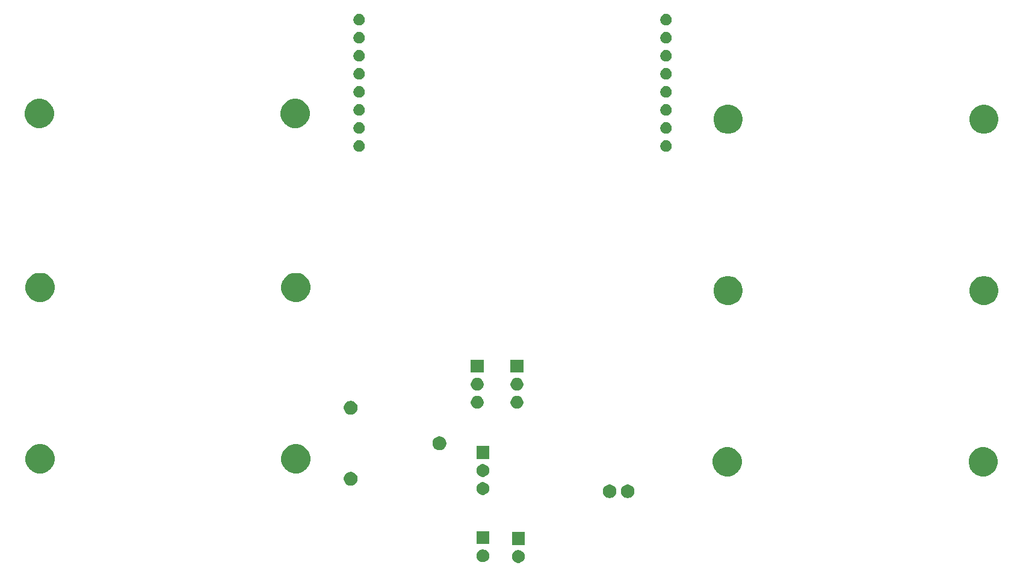
<source format=gbr>
G04 #@! TF.GenerationSoftware,KiCad,Pcbnew,(5.1.5)-3*
G04 #@! TF.CreationDate,2020-04-08T11:42:18+02:00*
G04 #@! TF.ProjectId,sensing_PMU,73656e73-696e-4675-9f50-4d552e6b6963,0.0*
G04 #@! TF.SameCoordinates,Original*
G04 #@! TF.FileFunction,Soldermask,Bot*
G04 #@! TF.FilePolarity,Negative*
%FSLAX46Y46*%
G04 Gerber Fmt 4.6, Leading zero omitted, Abs format (unit mm)*
G04 Created by KiCad (PCBNEW (5.1.5)-3) date 2020-04-08 11:42:18*
%MOMM*%
%LPD*%
G04 APERTURE LIST*
%ADD10C,0.100000*%
G04 APERTURE END LIST*
D10*
G36*
X164201531Y-117441544D02*
G01*
X164362812Y-117473624D01*
X164526784Y-117541544D01*
X164674354Y-117640147D01*
X164799853Y-117765646D01*
X164898456Y-117913216D01*
X164966376Y-118077188D01*
X165001000Y-118251259D01*
X165001000Y-118428741D01*
X164966376Y-118602812D01*
X164898456Y-118766784D01*
X164799853Y-118914354D01*
X164674354Y-119039853D01*
X164526784Y-119138456D01*
X164362812Y-119206376D01*
X164213512Y-119236073D01*
X164188742Y-119241000D01*
X164011258Y-119241000D01*
X163986488Y-119236073D01*
X163837188Y-119206376D01*
X163673216Y-119138456D01*
X163525646Y-119039853D01*
X163400147Y-118914354D01*
X163301544Y-118766784D01*
X163233624Y-118602812D01*
X163199000Y-118428741D01*
X163199000Y-118251259D01*
X163233624Y-118077188D01*
X163301544Y-117913216D01*
X163400147Y-117765646D01*
X163525646Y-117640147D01*
X163673216Y-117541544D01*
X163837188Y-117473624D01*
X163998469Y-117441544D01*
X164011258Y-117439000D01*
X164188742Y-117439000D01*
X164201531Y-117441544D01*
G37*
G36*
X159213512Y-117343927D02*
G01*
X159362812Y-117373624D01*
X159526784Y-117441544D01*
X159674354Y-117540147D01*
X159799853Y-117665646D01*
X159898456Y-117813216D01*
X159966376Y-117977188D01*
X160001000Y-118151259D01*
X160001000Y-118328741D01*
X159966376Y-118502812D01*
X159898456Y-118666784D01*
X159799853Y-118814354D01*
X159674354Y-118939853D01*
X159526784Y-119038456D01*
X159362812Y-119106376D01*
X159213512Y-119136073D01*
X159188742Y-119141000D01*
X159011258Y-119141000D01*
X158986488Y-119136073D01*
X158837188Y-119106376D01*
X158673216Y-119038456D01*
X158525646Y-118939853D01*
X158400147Y-118814354D01*
X158301544Y-118666784D01*
X158233624Y-118502812D01*
X158199000Y-118328741D01*
X158199000Y-118151259D01*
X158233624Y-117977188D01*
X158301544Y-117813216D01*
X158400147Y-117665646D01*
X158525646Y-117540147D01*
X158673216Y-117441544D01*
X158837188Y-117373624D01*
X158986488Y-117343927D01*
X159011258Y-117339000D01*
X159188742Y-117339000D01*
X159213512Y-117343927D01*
G37*
G36*
X165001000Y-116701000D02*
G01*
X163199000Y-116701000D01*
X163199000Y-114899000D01*
X165001000Y-114899000D01*
X165001000Y-116701000D01*
G37*
G36*
X160001000Y-116601000D02*
G01*
X158199000Y-116601000D01*
X158199000Y-114799000D01*
X160001000Y-114799000D01*
X160001000Y-116601000D01*
G37*
G36*
X177207395Y-108255546D02*
G01*
X177380466Y-108327234D01*
X177438483Y-108366000D01*
X177536227Y-108431310D01*
X177668690Y-108563773D01*
X177668691Y-108563775D01*
X177772766Y-108719534D01*
X177844454Y-108892605D01*
X177881000Y-109076333D01*
X177881000Y-109263667D01*
X177844454Y-109447395D01*
X177772766Y-109620466D01*
X177772765Y-109620467D01*
X177668690Y-109776227D01*
X177536227Y-109908690D01*
X177457818Y-109961081D01*
X177380466Y-110012766D01*
X177207395Y-110084454D01*
X177023667Y-110121000D01*
X176836333Y-110121000D01*
X176652605Y-110084454D01*
X176479534Y-110012766D01*
X176402182Y-109961081D01*
X176323773Y-109908690D01*
X176191310Y-109776227D01*
X176087235Y-109620467D01*
X176087234Y-109620466D01*
X176015546Y-109447395D01*
X175979000Y-109263667D01*
X175979000Y-109076333D01*
X176015546Y-108892605D01*
X176087234Y-108719534D01*
X176191309Y-108563775D01*
X176191310Y-108563773D01*
X176323773Y-108431310D01*
X176421517Y-108366000D01*
X176479534Y-108327234D01*
X176652605Y-108255546D01*
X176836333Y-108219000D01*
X177023667Y-108219000D01*
X177207395Y-108255546D01*
G37*
G36*
X179747395Y-108255546D02*
G01*
X179920466Y-108327234D01*
X179978483Y-108366000D01*
X180076227Y-108431310D01*
X180208690Y-108563773D01*
X180208691Y-108563775D01*
X180312766Y-108719534D01*
X180384454Y-108892605D01*
X180421000Y-109076333D01*
X180421000Y-109263667D01*
X180384454Y-109447395D01*
X180312766Y-109620466D01*
X180312765Y-109620467D01*
X180208690Y-109776227D01*
X180076227Y-109908690D01*
X179997818Y-109961081D01*
X179920466Y-110012766D01*
X179747395Y-110084454D01*
X179563667Y-110121000D01*
X179376333Y-110121000D01*
X179192605Y-110084454D01*
X179019534Y-110012766D01*
X178942182Y-109961081D01*
X178863773Y-109908690D01*
X178731310Y-109776227D01*
X178627235Y-109620467D01*
X178627234Y-109620466D01*
X178555546Y-109447395D01*
X178519000Y-109263667D01*
X178519000Y-109076333D01*
X178555546Y-108892605D01*
X178627234Y-108719534D01*
X178731309Y-108563775D01*
X178731310Y-108563773D01*
X178863773Y-108431310D01*
X178961517Y-108366000D01*
X179019534Y-108327234D01*
X179192605Y-108255546D01*
X179376333Y-108219000D01*
X179563667Y-108219000D01*
X179747395Y-108255546D01*
G37*
G36*
X159213512Y-107883927D02*
G01*
X159362812Y-107913624D01*
X159526784Y-107981544D01*
X159674354Y-108080147D01*
X159799853Y-108205646D01*
X159898456Y-108353216D01*
X159966376Y-108517188D01*
X160001000Y-108691259D01*
X160001000Y-108868741D01*
X159966376Y-109042812D01*
X159898456Y-109206784D01*
X159799853Y-109354354D01*
X159674354Y-109479853D01*
X159526784Y-109578456D01*
X159362812Y-109646376D01*
X159213512Y-109676073D01*
X159188742Y-109681000D01*
X159011258Y-109681000D01*
X158986488Y-109676073D01*
X158837188Y-109646376D01*
X158673216Y-109578456D01*
X158525646Y-109479853D01*
X158400147Y-109354354D01*
X158301544Y-109206784D01*
X158233624Y-109042812D01*
X158199000Y-108868741D01*
X158199000Y-108691259D01*
X158233624Y-108517188D01*
X158301544Y-108353216D01*
X158400147Y-108205646D01*
X158525646Y-108080147D01*
X158673216Y-107981544D01*
X158837188Y-107913624D01*
X158986488Y-107883927D01*
X159011258Y-107879000D01*
X159188742Y-107879000D01*
X159213512Y-107883927D01*
G37*
G36*
X140781771Y-106471122D02*
G01*
X140957571Y-106543941D01*
X140957573Y-106543942D01*
X141115789Y-106649659D01*
X141250341Y-106784211D01*
X141354337Y-106939852D01*
X141356059Y-106942429D01*
X141428878Y-107118229D01*
X141466000Y-107304856D01*
X141466000Y-107495144D01*
X141428878Y-107681771D01*
X141356059Y-107857571D01*
X141356058Y-107857573D01*
X141250341Y-108015789D01*
X141115789Y-108150341D01*
X140957573Y-108256058D01*
X140957572Y-108256059D01*
X140957571Y-108256059D01*
X140781771Y-108328878D01*
X140595144Y-108366000D01*
X140404856Y-108366000D01*
X140218229Y-108328878D01*
X140042429Y-108256059D01*
X140042428Y-108256059D01*
X140042427Y-108256058D01*
X139884211Y-108150341D01*
X139749659Y-108015789D01*
X139643942Y-107857573D01*
X139643941Y-107857571D01*
X139571122Y-107681771D01*
X139534000Y-107495144D01*
X139534000Y-107304856D01*
X139571122Y-107118229D01*
X139643941Y-106942429D01*
X139645663Y-106939852D01*
X139749659Y-106784211D01*
X139884211Y-106649659D01*
X140042427Y-106543942D01*
X140042429Y-106543941D01*
X140218229Y-106471122D01*
X140404856Y-106434000D01*
X140595144Y-106434000D01*
X140781771Y-106471122D01*
G37*
G36*
X159213512Y-105343927D02*
G01*
X159362812Y-105373624D01*
X159526784Y-105441544D01*
X159674354Y-105540147D01*
X159799853Y-105665646D01*
X159898456Y-105813216D01*
X159966376Y-105977188D01*
X160001000Y-106151259D01*
X160001000Y-106328741D01*
X159966376Y-106502812D01*
X159898456Y-106666784D01*
X159799853Y-106814354D01*
X159674354Y-106939853D01*
X159526784Y-107038456D01*
X159362812Y-107106376D01*
X159213512Y-107136073D01*
X159188742Y-107141000D01*
X159011258Y-107141000D01*
X158986488Y-107136073D01*
X158837188Y-107106376D01*
X158673216Y-107038456D01*
X158525646Y-106939853D01*
X158400147Y-106814354D01*
X158301544Y-106666784D01*
X158233624Y-106502812D01*
X158199000Y-106328741D01*
X158199000Y-106151259D01*
X158233624Y-105977188D01*
X158301544Y-105813216D01*
X158400147Y-105665646D01*
X158525646Y-105540147D01*
X158673216Y-105441544D01*
X158837188Y-105373624D01*
X158986488Y-105343927D01*
X159011258Y-105339000D01*
X159188742Y-105339000D01*
X159213512Y-105343927D01*
G37*
G36*
X194098254Y-103027818D02*
G01*
X194394053Y-103150342D01*
X194471513Y-103182427D01*
X194807436Y-103406884D01*
X195093116Y-103692564D01*
X195299705Y-104001745D01*
X195317574Y-104028489D01*
X195472182Y-104401746D01*
X195551000Y-104797993D01*
X195551000Y-105202007D01*
X195472182Y-105598254D01*
X195317574Y-105971511D01*
X195317573Y-105971513D01*
X195093116Y-106307436D01*
X194807436Y-106593116D01*
X194471513Y-106817573D01*
X194471512Y-106817574D01*
X194471511Y-106817574D01*
X194098254Y-106972182D01*
X193702007Y-107051000D01*
X193297993Y-107051000D01*
X192901746Y-106972182D01*
X192528489Y-106817574D01*
X192528488Y-106817574D01*
X192528487Y-106817573D01*
X192192564Y-106593116D01*
X191906884Y-106307436D01*
X191682427Y-105971513D01*
X191682426Y-105971511D01*
X191527818Y-105598254D01*
X191449000Y-105202007D01*
X191449000Y-104797993D01*
X191527818Y-104401746D01*
X191682426Y-104028489D01*
X191700296Y-104001745D01*
X191906884Y-103692564D01*
X192192564Y-103406884D01*
X192528487Y-103182427D01*
X192605947Y-103150342D01*
X192901746Y-103027818D01*
X193297993Y-102949000D01*
X193702007Y-102949000D01*
X194098254Y-103027818D01*
G37*
G36*
X230098254Y-103027818D02*
G01*
X230394053Y-103150342D01*
X230471513Y-103182427D01*
X230807436Y-103406884D01*
X231093116Y-103692564D01*
X231299705Y-104001745D01*
X231317574Y-104028489D01*
X231472182Y-104401746D01*
X231551000Y-104797993D01*
X231551000Y-105202007D01*
X231472182Y-105598254D01*
X231317574Y-105971511D01*
X231317573Y-105971513D01*
X231093116Y-106307436D01*
X230807436Y-106593116D01*
X230471513Y-106817573D01*
X230471512Y-106817574D01*
X230471511Y-106817574D01*
X230098254Y-106972182D01*
X229702007Y-107051000D01*
X229297993Y-107051000D01*
X228901746Y-106972182D01*
X228528489Y-106817574D01*
X228528488Y-106817574D01*
X228528487Y-106817573D01*
X228192564Y-106593116D01*
X227906884Y-106307436D01*
X227682427Y-105971513D01*
X227682426Y-105971511D01*
X227527818Y-105598254D01*
X227449000Y-105202007D01*
X227449000Y-104797993D01*
X227527818Y-104401746D01*
X227682426Y-104028489D01*
X227700296Y-104001745D01*
X227906884Y-103692564D01*
X228192564Y-103406884D01*
X228528487Y-103182427D01*
X228605947Y-103150342D01*
X228901746Y-103027818D01*
X229297993Y-102949000D01*
X229702007Y-102949000D01*
X230098254Y-103027818D01*
G37*
G36*
X133398254Y-102627818D02*
G01*
X133771511Y-102782426D01*
X133771513Y-102782427D01*
X134020807Y-102949000D01*
X134107436Y-103006884D01*
X134393116Y-103292564D01*
X134617574Y-103628489D01*
X134772182Y-104001746D01*
X134851000Y-104397993D01*
X134851000Y-104802007D01*
X134772182Y-105198254D01*
X134770627Y-105202007D01*
X134617573Y-105571513D01*
X134393116Y-105907436D01*
X134107436Y-106193116D01*
X133771513Y-106417573D01*
X133771512Y-106417574D01*
X133771511Y-106417574D01*
X133398254Y-106572182D01*
X133002007Y-106651000D01*
X132597993Y-106651000D01*
X132201746Y-106572182D01*
X131828489Y-106417574D01*
X131828488Y-106417574D01*
X131828487Y-106417573D01*
X131492564Y-106193116D01*
X131206884Y-105907436D01*
X130982427Y-105571513D01*
X130829373Y-105202007D01*
X130827818Y-105198254D01*
X130749000Y-104802007D01*
X130749000Y-104397993D01*
X130827818Y-104001746D01*
X130982426Y-103628489D01*
X131206884Y-103292564D01*
X131492564Y-103006884D01*
X131579193Y-102949000D01*
X131828487Y-102782427D01*
X131828489Y-102782426D01*
X132201746Y-102627818D01*
X132597993Y-102549000D01*
X133002007Y-102549000D01*
X133398254Y-102627818D01*
G37*
G36*
X97398254Y-102627818D02*
G01*
X97771511Y-102782426D01*
X97771513Y-102782427D01*
X98020807Y-102949000D01*
X98107436Y-103006884D01*
X98393116Y-103292564D01*
X98617574Y-103628489D01*
X98772182Y-104001746D01*
X98851000Y-104397993D01*
X98851000Y-104802007D01*
X98772182Y-105198254D01*
X98770627Y-105202007D01*
X98617573Y-105571513D01*
X98393116Y-105907436D01*
X98107436Y-106193116D01*
X97771513Y-106417573D01*
X97771512Y-106417574D01*
X97771511Y-106417574D01*
X97398254Y-106572182D01*
X97002007Y-106651000D01*
X96597993Y-106651000D01*
X96201746Y-106572182D01*
X95828489Y-106417574D01*
X95828488Y-106417574D01*
X95828487Y-106417573D01*
X95492564Y-106193116D01*
X95206884Y-105907436D01*
X94982427Y-105571513D01*
X94829373Y-105202007D01*
X94827818Y-105198254D01*
X94749000Y-104802007D01*
X94749000Y-104397993D01*
X94827818Y-104001746D01*
X94982426Y-103628489D01*
X95206884Y-103292564D01*
X95492564Y-103006884D01*
X95579193Y-102949000D01*
X95828487Y-102782427D01*
X95828489Y-102782426D01*
X96201746Y-102627818D01*
X96597993Y-102549000D01*
X97002007Y-102549000D01*
X97398254Y-102627818D01*
G37*
G36*
X160001000Y-104601000D02*
G01*
X158199000Y-104601000D01*
X158199000Y-102799000D01*
X160001000Y-102799000D01*
X160001000Y-104601000D01*
G37*
G36*
X153281771Y-101471122D02*
G01*
X153457571Y-101543941D01*
X153457573Y-101543942D01*
X153615789Y-101649659D01*
X153750341Y-101784211D01*
X153750342Y-101784213D01*
X153856059Y-101942429D01*
X153928878Y-102118229D01*
X153966000Y-102304856D01*
X153966000Y-102495144D01*
X153928878Y-102681771D01*
X153880320Y-102799000D01*
X153856058Y-102857573D01*
X153750341Y-103015789D01*
X153615789Y-103150341D01*
X153457573Y-103256058D01*
X153457572Y-103256059D01*
X153457571Y-103256059D01*
X153281771Y-103328878D01*
X153095144Y-103366000D01*
X152904856Y-103366000D01*
X152718229Y-103328878D01*
X152542429Y-103256059D01*
X152542428Y-103256059D01*
X152542427Y-103256058D01*
X152384211Y-103150341D01*
X152249659Y-103015789D01*
X152143942Y-102857573D01*
X152119680Y-102799000D01*
X152071122Y-102681771D01*
X152034000Y-102495144D01*
X152034000Y-102304856D01*
X152071122Y-102118229D01*
X152143941Y-101942429D01*
X152249658Y-101784213D01*
X152249659Y-101784211D01*
X152384211Y-101649659D01*
X152542427Y-101543942D01*
X152542429Y-101543941D01*
X152718229Y-101471122D01*
X152904856Y-101434000D01*
X153095144Y-101434000D01*
X153281771Y-101471122D01*
G37*
G36*
X140781771Y-96471122D02*
G01*
X140957571Y-96543941D01*
X140957573Y-96543942D01*
X141115789Y-96649659D01*
X141250341Y-96784211D01*
X141250342Y-96784213D01*
X141356059Y-96942429D01*
X141428878Y-97118229D01*
X141466000Y-97304856D01*
X141466000Y-97495144D01*
X141428878Y-97681771D01*
X141356059Y-97857571D01*
X141356058Y-97857573D01*
X141250341Y-98015789D01*
X141115789Y-98150341D01*
X140957573Y-98256058D01*
X140957572Y-98256059D01*
X140957571Y-98256059D01*
X140781771Y-98328878D01*
X140595144Y-98366000D01*
X140404856Y-98366000D01*
X140218229Y-98328878D01*
X140042429Y-98256059D01*
X140042428Y-98256059D01*
X140042427Y-98256058D01*
X139884211Y-98150341D01*
X139749659Y-98015789D01*
X139643942Y-97857573D01*
X139643941Y-97857571D01*
X139571122Y-97681771D01*
X139534000Y-97495144D01*
X139534000Y-97304856D01*
X139571122Y-97118229D01*
X139643941Y-96942429D01*
X139749658Y-96784213D01*
X139749659Y-96784211D01*
X139884211Y-96649659D01*
X140042427Y-96543942D01*
X140042429Y-96543941D01*
X140218229Y-96471122D01*
X140404856Y-96434000D01*
X140595144Y-96434000D01*
X140781771Y-96471122D01*
G37*
G36*
X164013512Y-95743927D02*
G01*
X164162812Y-95773624D01*
X164326784Y-95841544D01*
X164474354Y-95940147D01*
X164599853Y-96065646D01*
X164698456Y-96213216D01*
X164766376Y-96377188D01*
X164777676Y-96434000D01*
X164799545Y-96543941D01*
X164801000Y-96551259D01*
X164801000Y-96728741D01*
X164766376Y-96902812D01*
X164698456Y-97066784D01*
X164599853Y-97214354D01*
X164474354Y-97339853D01*
X164326784Y-97438456D01*
X164162812Y-97506376D01*
X164013512Y-97536073D01*
X163988742Y-97541000D01*
X163811258Y-97541000D01*
X163786488Y-97536073D01*
X163637188Y-97506376D01*
X163473216Y-97438456D01*
X163325646Y-97339853D01*
X163200147Y-97214354D01*
X163101544Y-97066784D01*
X163033624Y-96902812D01*
X162999000Y-96728741D01*
X162999000Y-96551259D01*
X163000456Y-96543941D01*
X163022324Y-96434000D01*
X163033624Y-96377188D01*
X163101544Y-96213216D01*
X163200147Y-96065646D01*
X163325646Y-95940147D01*
X163473216Y-95841544D01*
X163637188Y-95773624D01*
X163786488Y-95743927D01*
X163811258Y-95739000D01*
X163988742Y-95739000D01*
X164013512Y-95743927D01*
G37*
G36*
X158433512Y-95743927D02*
G01*
X158582812Y-95773624D01*
X158746784Y-95841544D01*
X158894354Y-95940147D01*
X159019853Y-96065646D01*
X159118456Y-96213216D01*
X159186376Y-96377188D01*
X159197676Y-96434000D01*
X159219545Y-96543941D01*
X159221000Y-96551259D01*
X159221000Y-96728741D01*
X159186376Y-96902812D01*
X159118456Y-97066784D01*
X159019853Y-97214354D01*
X158894354Y-97339853D01*
X158746784Y-97438456D01*
X158582812Y-97506376D01*
X158433512Y-97536073D01*
X158408742Y-97541000D01*
X158231258Y-97541000D01*
X158206488Y-97536073D01*
X158057188Y-97506376D01*
X157893216Y-97438456D01*
X157745646Y-97339853D01*
X157620147Y-97214354D01*
X157521544Y-97066784D01*
X157453624Y-96902812D01*
X157419000Y-96728741D01*
X157419000Y-96551259D01*
X157420456Y-96543941D01*
X157442324Y-96434000D01*
X157453624Y-96377188D01*
X157521544Y-96213216D01*
X157620147Y-96065646D01*
X157745646Y-95940147D01*
X157893216Y-95841544D01*
X158057188Y-95773624D01*
X158206488Y-95743927D01*
X158231258Y-95739000D01*
X158408742Y-95739000D01*
X158433512Y-95743927D01*
G37*
G36*
X164013512Y-93203927D02*
G01*
X164162812Y-93233624D01*
X164326784Y-93301544D01*
X164474354Y-93400147D01*
X164599853Y-93525646D01*
X164698456Y-93673216D01*
X164766376Y-93837188D01*
X164801000Y-94011259D01*
X164801000Y-94188741D01*
X164766376Y-94362812D01*
X164698456Y-94526784D01*
X164599853Y-94674354D01*
X164474354Y-94799853D01*
X164326784Y-94898456D01*
X164162812Y-94966376D01*
X164013512Y-94996073D01*
X163988742Y-95001000D01*
X163811258Y-95001000D01*
X163786488Y-94996073D01*
X163637188Y-94966376D01*
X163473216Y-94898456D01*
X163325646Y-94799853D01*
X163200147Y-94674354D01*
X163101544Y-94526784D01*
X163033624Y-94362812D01*
X162999000Y-94188741D01*
X162999000Y-94011259D01*
X163033624Y-93837188D01*
X163101544Y-93673216D01*
X163200147Y-93525646D01*
X163325646Y-93400147D01*
X163473216Y-93301544D01*
X163637188Y-93233624D01*
X163786488Y-93203927D01*
X163811258Y-93199000D01*
X163988742Y-93199000D01*
X164013512Y-93203927D01*
G37*
G36*
X158433512Y-93203927D02*
G01*
X158582812Y-93233624D01*
X158746784Y-93301544D01*
X158894354Y-93400147D01*
X159019853Y-93525646D01*
X159118456Y-93673216D01*
X159186376Y-93837188D01*
X159221000Y-94011259D01*
X159221000Y-94188741D01*
X159186376Y-94362812D01*
X159118456Y-94526784D01*
X159019853Y-94674354D01*
X158894354Y-94799853D01*
X158746784Y-94898456D01*
X158582812Y-94966376D01*
X158433512Y-94996073D01*
X158408742Y-95001000D01*
X158231258Y-95001000D01*
X158206488Y-94996073D01*
X158057188Y-94966376D01*
X157893216Y-94898456D01*
X157745646Y-94799853D01*
X157620147Y-94674354D01*
X157521544Y-94526784D01*
X157453624Y-94362812D01*
X157419000Y-94188741D01*
X157419000Y-94011259D01*
X157453624Y-93837188D01*
X157521544Y-93673216D01*
X157620147Y-93525646D01*
X157745646Y-93400147D01*
X157893216Y-93301544D01*
X158057188Y-93233624D01*
X158206488Y-93203927D01*
X158231258Y-93199000D01*
X158408742Y-93199000D01*
X158433512Y-93203927D01*
G37*
G36*
X159221000Y-92461000D02*
G01*
X157419000Y-92461000D01*
X157419000Y-90659000D01*
X159221000Y-90659000D01*
X159221000Y-92461000D01*
G37*
G36*
X164801000Y-92461000D02*
G01*
X162999000Y-92461000D01*
X162999000Y-90659000D01*
X164801000Y-90659000D01*
X164801000Y-92461000D01*
G37*
G36*
X194198254Y-78947818D02*
G01*
X194571511Y-79102426D01*
X194571513Y-79102427D01*
X194676480Y-79172564D01*
X194907436Y-79326884D01*
X195193116Y-79612564D01*
X195417574Y-79948489D01*
X195572182Y-80321746D01*
X195651000Y-80717993D01*
X195651000Y-81122007D01*
X195572182Y-81518254D01*
X195460683Y-81787436D01*
X195417573Y-81891513D01*
X195193116Y-82227436D01*
X194907436Y-82513116D01*
X194571513Y-82737573D01*
X194571512Y-82737574D01*
X194571511Y-82737574D01*
X194198254Y-82892182D01*
X193802007Y-82971000D01*
X193397993Y-82971000D01*
X193001746Y-82892182D01*
X192628489Y-82737574D01*
X192628488Y-82737574D01*
X192628487Y-82737573D01*
X192292564Y-82513116D01*
X192006884Y-82227436D01*
X191782427Y-81891513D01*
X191739317Y-81787436D01*
X191627818Y-81518254D01*
X191549000Y-81122007D01*
X191549000Y-80717993D01*
X191627818Y-80321746D01*
X191782426Y-79948489D01*
X192006884Y-79612564D01*
X192292564Y-79326884D01*
X192523520Y-79172564D01*
X192628487Y-79102427D01*
X192628489Y-79102426D01*
X193001746Y-78947818D01*
X193397993Y-78869000D01*
X193802007Y-78869000D01*
X194198254Y-78947818D01*
G37*
G36*
X230198254Y-78947818D02*
G01*
X230571511Y-79102426D01*
X230571513Y-79102427D01*
X230676480Y-79172564D01*
X230907436Y-79326884D01*
X231193116Y-79612564D01*
X231417574Y-79948489D01*
X231572182Y-80321746D01*
X231651000Y-80717993D01*
X231651000Y-81122007D01*
X231572182Y-81518254D01*
X231460683Y-81787436D01*
X231417573Y-81891513D01*
X231193116Y-82227436D01*
X230907436Y-82513116D01*
X230571513Y-82737573D01*
X230571512Y-82737574D01*
X230571511Y-82737574D01*
X230198254Y-82892182D01*
X229802007Y-82971000D01*
X229397993Y-82971000D01*
X229001746Y-82892182D01*
X228628489Y-82737574D01*
X228628488Y-82737574D01*
X228628487Y-82737573D01*
X228292564Y-82513116D01*
X228006884Y-82227436D01*
X227782427Y-81891513D01*
X227739317Y-81787436D01*
X227627818Y-81518254D01*
X227549000Y-81122007D01*
X227549000Y-80717993D01*
X227627818Y-80321746D01*
X227782426Y-79948489D01*
X228006884Y-79612564D01*
X228292564Y-79326884D01*
X228523520Y-79172564D01*
X228628487Y-79102427D01*
X228628489Y-79102426D01*
X229001746Y-78947818D01*
X229397993Y-78869000D01*
X229802007Y-78869000D01*
X230198254Y-78947818D01*
G37*
G36*
X133398254Y-78507818D02*
G01*
X133771511Y-78662426D01*
X133771513Y-78662427D01*
X134107436Y-78886884D01*
X134393116Y-79172564D01*
X134496230Y-79326884D01*
X134617574Y-79508489D01*
X134772182Y-79881746D01*
X134851000Y-80277993D01*
X134851000Y-80682007D01*
X134772182Y-81078254D01*
X134617574Y-81451511D01*
X134617573Y-81451513D01*
X134393116Y-81787436D01*
X134107436Y-82073116D01*
X133771513Y-82297573D01*
X133771512Y-82297574D01*
X133771511Y-82297574D01*
X133398254Y-82452182D01*
X133002007Y-82531000D01*
X132597993Y-82531000D01*
X132201746Y-82452182D01*
X131828489Y-82297574D01*
X131828488Y-82297574D01*
X131828487Y-82297573D01*
X131492564Y-82073116D01*
X131206884Y-81787436D01*
X130982427Y-81451513D01*
X130982426Y-81451511D01*
X130827818Y-81078254D01*
X130749000Y-80682007D01*
X130749000Y-80277993D01*
X130827818Y-79881746D01*
X130982426Y-79508489D01*
X131103771Y-79326884D01*
X131206884Y-79172564D01*
X131492564Y-78886884D01*
X131828487Y-78662427D01*
X131828489Y-78662426D01*
X132201746Y-78507818D01*
X132597993Y-78429000D01*
X133002007Y-78429000D01*
X133398254Y-78507818D01*
G37*
G36*
X97398254Y-78507818D02*
G01*
X97771511Y-78662426D01*
X97771513Y-78662427D01*
X98107436Y-78886884D01*
X98393116Y-79172564D01*
X98496230Y-79326884D01*
X98617574Y-79508489D01*
X98772182Y-79881746D01*
X98851000Y-80277993D01*
X98851000Y-80682007D01*
X98772182Y-81078254D01*
X98617574Y-81451511D01*
X98617573Y-81451513D01*
X98393116Y-81787436D01*
X98107436Y-82073116D01*
X97771513Y-82297573D01*
X97771512Y-82297574D01*
X97771511Y-82297574D01*
X97398254Y-82452182D01*
X97002007Y-82531000D01*
X96597993Y-82531000D01*
X96201746Y-82452182D01*
X95828489Y-82297574D01*
X95828488Y-82297574D01*
X95828487Y-82297573D01*
X95492564Y-82073116D01*
X95206884Y-81787436D01*
X94982427Y-81451513D01*
X94982426Y-81451511D01*
X94827818Y-81078254D01*
X94749000Y-80682007D01*
X94749000Y-80277993D01*
X94827818Y-79881746D01*
X94982426Y-79508489D01*
X95103771Y-79326884D01*
X95206884Y-79172564D01*
X95492564Y-78886884D01*
X95828487Y-78662427D01*
X95828489Y-78662426D01*
X96201746Y-78507818D01*
X96597993Y-78429000D01*
X97002007Y-78429000D01*
X97398254Y-78507818D01*
G37*
G36*
X185117142Y-59798242D02*
G01*
X185265101Y-59859529D01*
X185398255Y-59948499D01*
X185511501Y-60061745D01*
X185600471Y-60194899D01*
X185661758Y-60342858D01*
X185693000Y-60499925D01*
X185693000Y-60660075D01*
X185661758Y-60817142D01*
X185600471Y-60965101D01*
X185511501Y-61098255D01*
X185398255Y-61211501D01*
X185265101Y-61300471D01*
X185117142Y-61361758D01*
X184960075Y-61393000D01*
X184799925Y-61393000D01*
X184642858Y-61361758D01*
X184494899Y-61300471D01*
X184361745Y-61211501D01*
X184248499Y-61098255D01*
X184159529Y-60965101D01*
X184098242Y-60817142D01*
X184067000Y-60660075D01*
X184067000Y-60499925D01*
X184098242Y-60342858D01*
X184159529Y-60194899D01*
X184248499Y-60061745D01*
X184361745Y-59948499D01*
X184494899Y-59859529D01*
X184642858Y-59798242D01*
X184799925Y-59767000D01*
X184960075Y-59767000D01*
X185117142Y-59798242D01*
G37*
G36*
X141937142Y-59798242D02*
G01*
X142085101Y-59859529D01*
X142218255Y-59948499D01*
X142331501Y-60061745D01*
X142420471Y-60194899D01*
X142481758Y-60342858D01*
X142513000Y-60499925D01*
X142513000Y-60660075D01*
X142481758Y-60817142D01*
X142420471Y-60965101D01*
X142331501Y-61098255D01*
X142218255Y-61211501D01*
X142085101Y-61300471D01*
X141937142Y-61361758D01*
X141780075Y-61393000D01*
X141619925Y-61393000D01*
X141462858Y-61361758D01*
X141314899Y-61300471D01*
X141181745Y-61211501D01*
X141068499Y-61098255D01*
X140979529Y-60965101D01*
X140918242Y-60817142D01*
X140887000Y-60660075D01*
X140887000Y-60499925D01*
X140918242Y-60342858D01*
X140979529Y-60194899D01*
X141068499Y-60061745D01*
X141181745Y-59948499D01*
X141314899Y-59859529D01*
X141462858Y-59798242D01*
X141619925Y-59767000D01*
X141780075Y-59767000D01*
X141937142Y-59798242D01*
G37*
G36*
X141937142Y-57258242D02*
G01*
X142085101Y-57319529D01*
X142218255Y-57408499D01*
X142331501Y-57521745D01*
X142420471Y-57654899D01*
X142481758Y-57802858D01*
X142513000Y-57959925D01*
X142513000Y-58120075D01*
X142481758Y-58277142D01*
X142420471Y-58425101D01*
X142331501Y-58558255D01*
X142218255Y-58671501D01*
X142085101Y-58760471D01*
X141937142Y-58821758D01*
X141780075Y-58853000D01*
X141619925Y-58853000D01*
X141462858Y-58821758D01*
X141314899Y-58760471D01*
X141181745Y-58671501D01*
X141068499Y-58558255D01*
X140979529Y-58425101D01*
X140918242Y-58277142D01*
X140887000Y-58120075D01*
X140887000Y-57959925D01*
X140918242Y-57802858D01*
X140979529Y-57654899D01*
X141068499Y-57521745D01*
X141181745Y-57408499D01*
X141314899Y-57319529D01*
X141462858Y-57258242D01*
X141619925Y-57227000D01*
X141780075Y-57227000D01*
X141937142Y-57258242D01*
G37*
G36*
X185117142Y-57258242D02*
G01*
X185265101Y-57319529D01*
X185398255Y-57408499D01*
X185511501Y-57521745D01*
X185600471Y-57654899D01*
X185661758Y-57802858D01*
X185693000Y-57959925D01*
X185693000Y-58120075D01*
X185661758Y-58277142D01*
X185600471Y-58425101D01*
X185511501Y-58558255D01*
X185398255Y-58671501D01*
X185265101Y-58760471D01*
X185117142Y-58821758D01*
X184960075Y-58853000D01*
X184799925Y-58853000D01*
X184642858Y-58821758D01*
X184494899Y-58760471D01*
X184361745Y-58671501D01*
X184248499Y-58558255D01*
X184159529Y-58425101D01*
X184098242Y-58277142D01*
X184067000Y-58120075D01*
X184067000Y-57959925D01*
X184098242Y-57802858D01*
X184159529Y-57654899D01*
X184248499Y-57521745D01*
X184361745Y-57408499D01*
X184494899Y-57319529D01*
X184642858Y-57258242D01*
X184799925Y-57227000D01*
X184960075Y-57227000D01*
X185117142Y-57258242D01*
G37*
G36*
X230198254Y-54827818D02*
G01*
X230569862Y-54981743D01*
X230571513Y-54982427D01*
X230907436Y-55206884D01*
X231193116Y-55492564D01*
X231397198Y-55797993D01*
X231417574Y-55828489D01*
X231572182Y-56201746D01*
X231651000Y-56597993D01*
X231651000Y-57002007D01*
X231572182Y-57398254D01*
X231465876Y-57654899D01*
X231417573Y-57771513D01*
X231193116Y-58107436D01*
X230907436Y-58393116D01*
X230571513Y-58617573D01*
X230571512Y-58617574D01*
X230571511Y-58617574D01*
X230198254Y-58772182D01*
X229802007Y-58851000D01*
X229397993Y-58851000D01*
X229001746Y-58772182D01*
X228628489Y-58617574D01*
X228628488Y-58617574D01*
X228628487Y-58617573D01*
X228292564Y-58393116D01*
X228006884Y-58107436D01*
X227782427Y-57771513D01*
X227734124Y-57654899D01*
X227627818Y-57398254D01*
X227549000Y-57002007D01*
X227549000Y-56597993D01*
X227627818Y-56201746D01*
X227782426Y-55828489D01*
X227802803Y-55797993D01*
X228006884Y-55492564D01*
X228292564Y-55206884D01*
X228628487Y-54982427D01*
X228630138Y-54981743D01*
X229001746Y-54827818D01*
X229397993Y-54749000D01*
X229802007Y-54749000D01*
X230198254Y-54827818D01*
G37*
G36*
X194198254Y-54827818D02*
G01*
X194569862Y-54981743D01*
X194571513Y-54982427D01*
X194907436Y-55206884D01*
X195193116Y-55492564D01*
X195397198Y-55797993D01*
X195417574Y-55828489D01*
X195572182Y-56201746D01*
X195651000Y-56597993D01*
X195651000Y-57002007D01*
X195572182Y-57398254D01*
X195465876Y-57654899D01*
X195417573Y-57771513D01*
X195193116Y-58107436D01*
X194907436Y-58393116D01*
X194571513Y-58617573D01*
X194571512Y-58617574D01*
X194571511Y-58617574D01*
X194198254Y-58772182D01*
X193802007Y-58851000D01*
X193397993Y-58851000D01*
X193001746Y-58772182D01*
X192628489Y-58617574D01*
X192628488Y-58617574D01*
X192628487Y-58617573D01*
X192292564Y-58393116D01*
X192006884Y-58107436D01*
X191782427Y-57771513D01*
X191734124Y-57654899D01*
X191627818Y-57398254D01*
X191549000Y-57002007D01*
X191549000Y-56597993D01*
X191627818Y-56201746D01*
X191782426Y-55828489D01*
X191802803Y-55797993D01*
X192006884Y-55492564D01*
X192292564Y-55206884D01*
X192628487Y-54982427D01*
X192630138Y-54981743D01*
X193001746Y-54827818D01*
X193397993Y-54749000D01*
X193802007Y-54749000D01*
X194198254Y-54827818D01*
G37*
G36*
X133298254Y-54027818D02*
G01*
X133671511Y-54182426D01*
X133671513Y-54182427D01*
X134007436Y-54406884D01*
X134293116Y-54692564D01*
X134486797Y-54982427D01*
X134517574Y-55028489D01*
X134672182Y-55401746D01*
X134751000Y-55797993D01*
X134751000Y-56202007D01*
X134672182Y-56598254D01*
X134517574Y-56971511D01*
X134517573Y-56971513D01*
X134293116Y-57307436D01*
X134007436Y-57593116D01*
X133671513Y-57817573D01*
X133671512Y-57817574D01*
X133671511Y-57817574D01*
X133298254Y-57972182D01*
X132902007Y-58051000D01*
X132497993Y-58051000D01*
X132101746Y-57972182D01*
X131728489Y-57817574D01*
X131728488Y-57817574D01*
X131728487Y-57817573D01*
X131392564Y-57593116D01*
X131106884Y-57307436D01*
X130882427Y-56971513D01*
X130882426Y-56971511D01*
X130727818Y-56598254D01*
X130649000Y-56202007D01*
X130649000Y-55797993D01*
X130727818Y-55401746D01*
X130882426Y-55028489D01*
X130913204Y-54982427D01*
X131106884Y-54692564D01*
X131392564Y-54406884D01*
X131728487Y-54182427D01*
X131728489Y-54182426D01*
X132101746Y-54027818D01*
X132497993Y-53949000D01*
X132902007Y-53949000D01*
X133298254Y-54027818D01*
G37*
G36*
X97298254Y-54027818D02*
G01*
X97671511Y-54182426D01*
X97671513Y-54182427D01*
X98007436Y-54406884D01*
X98293116Y-54692564D01*
X98486797Y-54982427D01*
X98517574Y-55028489D01*
X98672182Y-55401746D01*
X98751000Y-55797993D01*
X98751000Y-56202007D01*
X98672182Y-56598254D01*
X98517574Y-56971511D01*
X98517573Y-56971513D01*
X98293116Y-57307436D01*
X98007436Y-57593116D01*
X97671513Y-57817573D01*
X97671512Y-57817574D01*
X97671511Y-57817574D01*
X97298254Y-57972182D01*
X96902007Y-58051000D01*
X96497993Y-58051000D01*
X96101746Y-57972182D01*
X95728489Y-57817574D01*
X95728488Y-57817574D01*
X95728487Y-57817573D01*
X95392564Y-57593116D01*
X95106884Y-57307436D01*
X94882427Y-56971513D01*
X94882426Y-56971511D01*
X94727818Y-56598254D01*
X94649000Y-56202007D01*
X94649000Y-55797993D01*
X94727818Y-55401746D01*
X94882426Y-55028489D01*
X94913204Y-54982427D01*
X95106884Y-54692564D01*
X95392564Y-54406884D01*
X95728487Y-54182427D01*
X95728489Y-54182426D01*
X96101746Y-54027818D01*
X96497993Y-53949000D01*
X96902007Y-53949000D01*
X97298254Y-54027818D01*
G37*
G36*
X141937142Y-54718242D02*
G01*
X142085101Y-54779529D01*
X142218255Y-54868499D01*
X142331501Y-54981745D01*
X142420471Y-55114899D01*
X142481758Y-55262858D01*
X142513000Y-55419925D01*
X142513000Y-55580075D01*
X142481758Y-55737142D01*
X142420471Y-55885101D01*
X142331501Y-56018255D01*
X142218255Y-56131501D01*
X142085101Y-56220471D01*
X141937142Y-56281758D01*
X141780075Y-56313000D01*
X141619925Y-56313000D01*
X141462858Y-56281758D01*
X141314899Y-56220471D01*
X141181745Y-56131501D01*
X141068499Y-56018255D01*
X140979529Y-55885101D01*
X140918242Y-55737142D01*
X140887000Y-55580075D01*
X140887000Y-55419925D01*
X140918242Y-55262858D01*
X140979529Y-55114899D01*
X141068499Y-54981745D01*
X141181745Y-54868499D01*
X141314899Y-54779529D01*
X141462858Y-54718242D01*
X141619925Y-54687000D01*
X141780075Y-54687000D01*
X141937142Y-54718242D01*
G37*
G36*
X185117142Y-54718242D02*
G01*
X185265101Y-54779529D01*
X185398255Y-54868499D01*
X185511501Y-54981745D01*
X185600471Y-55114899D01*
X185661758Y-55262858D01*
X185693000Y-55419925D01*
X185693000Y-55580075D01*
X185661758Y-55737142D01*
X185600471Y-55885101D01*
X185511501Y-56018255D01*
X185398255Y-56131501D01*
X185265101Y-56220471D01*
X185117142Y-56281758D01*
X184960075Y-56313000D01*
X184799925Y-56313000D01*
X184642858Y-56281758D01*
X184494899Y-56220471D01*
X184361745Y-56131501D01*
X184248499Y-56018255D01*
X184159529Y-55885101D01*
X184098242Y-55737142D01*
X184067000Y-55580075D01*
X184067000Y-55419925D01*
X184098242Y-55262858D01*
X184159529Y-55114899D01*
X184248499Y-54981745D01*
X184361745Y-54868499D01*
X184494899Y-54779529D01*
X184642858Y-54718242D01*
X184799925Y-54687000D01*
X184960075Y-54687000D01*
X185117142Y-54718242D01*
G37*
G36*
X141937142Y-52178242D02*
G01*
X142085101Y-52239529D01*
X142218255Y-52328499D01*
X142331501Y-52441745D01*
X142420471Y-52574899D01*
X142481758Y-52722858D01*
X142513000Y-52879925D01*
X142513000Y-53040075D01*
X142481758Y-53197142D01*
X142420471Y-53345101D01*
X142331501Y-53478255D01*
X142218255Y-53591501D01*
X142085101Y-53680471D01*
X141937142Y-53741758D01*
X141780075Y-53773000D01*
X141619925Y-53773000D01*
X141462858Y-53741758D01*
X141314899Y-53680471D01*
X141181745Y-53591501D01*
X141068499Y-53478255D01*
X140979529Y-53345101D01*
X140918242Y-53197142D01*
X140887000Y-53040075D01*
X140887000Y-52879925D01*
X140918242Y-52722858D01*
X140979529Y-52574899D01*
X141068499Y-52441745D01*
X141181745Y-52328499D01*
X141314899Y-52239529D01*
X141462858Y-52178242D01*
X141619925Y-52147000D01*
X141780075Y-52147000D01*
X141937142Y-52178242D01*
G37*
G36*
X185117142Y-52178242D02*
G01*
X185265101Y-52239529D01*
X185398255Y-52328499D01*
X185511501Y-52441745D01*
X185600471Y-52574899D01*
X185661758Y-52722858D01*
X185693000Y-52879925D01*
X185693000Y-53040075D01*
X185661758Y-53197142D01*
X185600471Y-53345101D01*
X185511501Y-53478255D01*
X185398255Y-53591501D01*
X185265101Y-53680471D01*
X185117142Y-53741758D01*
X184960075Y-53773000D01*
X184799925Y-53773000D01*
X184642858Y-53741758D01*
X184494899Y-53680471D01*
X184361745Y-53591501D01*
X184248499Y-53478255D01*
X184159529Y-53345101D01*
X184098242Y-53197142D01*
X184067000Y-53040075D01*
X184067000Y-52879925D01*
X184098242Y-52722858D01*
X184159529Y-52574899D01*
X184248499Y-52441745D01*
X184361745Y-52328499D01*
X184494899Y-52239529D01*
X184642858Y-52178242D01*
X184799925Y-52147000D01*
X184960075Y-52147000D01*
X185117142Y-52178242D01*
G37*
G36*
X141937142Y-49638242D02*
G01*
X142085101Y-49699529D01*
X142218255Y-49788499D01*
X142331501Y-49901745D01*
X142420471Y-50034899D01*
X142481758Y-50182858D01*
X142513000Y-50339925D01*
X142513000Y-50500075D01*
X142481758Y-50657142D01*
X142420471Y-50805101D01*
X142331501Y-50938255D01*
X142218255Y-51051501D01*
X142085101Y-51140471D01*
X141937142Y-51201758D01*
X141780075Y-51233000D01*
X141619925Y-51233000D01*
X141462858Y-51201758D01*
X141314899Y-51140471D01*
X141181745Y-51051501D01*
X141068499Y-50938255D01*
X140979529Y-50805101D01*
X140918242Y-50657142D01*
X140887000Y-50500075D01*
X140887000Y-50339925D01*
X140918242Y-50182858D01*
X140979529Y-50034899D01*
X141068499Y-49901745D01*
X141181745Y-49788499D01*
X141314899Y-49699529D01*
X141462858Y-49638242D01*
X141619925Y-49607000D01*
X141780075Y-49607000D01*
X141937142Y-49638242D01*
G37*
G36*
X185117142Y-49638242D02*
G01*
X185265101Y-49699529D01*
X185398255Y-49788499D01*
X185511501Y-49901745D01*
X185600471Y-50034899D01*
X185661758Y-50182858D01*
X185693000Y-50339925D01*
X185693000Y-50500075D01*
X185661758Y-50657142D01*
X185600471Y-50805101D01*
X185511501Y-50938255D01*
X185398255Y-51051501D01*
X185265101Y-51140471D01*
X185117142Y-51201758D01*
X184960075Y-51233000D01*
X184799925Y-51233000D01*
X184642858Y-51201758D01*
X184494899Y-51140471D01*
X184361745Y-51051501D01*
X184248499Y-50938255D01*
X184159529Y-50805101D01*
X184098242Y-50657142D01*
X184067000Y-50500075D01*
X184067000Y-50339925D01*
X184098242Y-50182858D01*
X184159529Y-50034899D01*
X184248499Y-49901745D01*
X184361745Y-49788499D01*
X184494899Y-49699529D01*
X184642858Y-49638242D01*
X184799925Y-49607000D01*
X184960075Y-49607000D01*
X185117142Y-49638242D01*
G37*
G36*
X185117142Y-47098242D02*
G01*
X185265101Y-47159529D01*
X185398255Y-47248499D01*
X185511501Y-47361745D01*
X185600471Y-47494899D01*
X185661758Y-47642858D01*
X185693000Y-47799925D01*
X185693000Y-47960075D01*
X185661758Y-48117142D01*
X185600471Y-48265101D01*
X185511501Y-48398255D01*
X185398255Y-48511501D01*
X185265101Y-48600471D01*
X185117142Y-48661758D01*
X184960075Y-48693000D01*
X184799925Y-48693000D01*
X184642858Y-48661758D01*
X184494899Y-48600471D01*
X184361745Y-48511501D01*
X184248499Y-48398255D01*
X184159529Y-48265101D01*
X184098242Y-48117142D01*
X184067000Y-47960075D01*
X184067000Y-47799925D01*
X184098242Y-47642858D01*
X184159529Y-47494899D01*
X184248499Y-47361745D01*
X184361745Y-47248499D01*
X184494899Y-47159529D01*
X184642858Y-47098242D01*
X184799925Y-47067000D01*
X184960075Y-47067000D01*
X185117142Y-47098242D01*
G37*
G36*
X141937142Y-47098242D02*
G01*
X142085101Y-47159529D01*
X142218255Y-47248499D01*
X142331501Y-47361745D01*
X142420471Y-47494899D01*
X142481758Y-47642858D01*
X142513000Y-47799925D01*
X142513000Y-47960075D01*
X142481758Y-48117142D01*
X142420471Y-48265101D01*
X142331501Y-48398255D01*
X142218255Y-48511501D01*
X142085101Y-48600471D01*
X141937142Y-48661758D01*
X141780075Y-48693000D01*
X141619925Y-48693000D01*
X141462858Y-48661758D01*
X141314899Y-48600471D01*
X141181745Y-48511501D01*
X141068499Y-48398255D01*
X140979529Y-48265101D01*
X140918242Y-48117142D01*
X140887000Y-47960075D01*
X140887000Y-47799925D01*
X140918242Y-47642858D01*
X140979529Y-47494899D01*
X141068499Y-47361745D01*
X141181745Y-47248499D01*
X141314899Y-47159529D01*
X141462858Y-47098242D01*
X141619925Y-47067000D01*
X141780075Y-47067000D01*
X141937142Y-47098242D01*
G37*
G36*
X185117142Y-44558242D02*
G01*
X185265101Y-44619529D01*
X185398255Y-44708499D01*
X185511501Y-44821745D01*
X185600471Y-44954899D01*
X185661758Y-45102858D01*
X185693000Y-45259925D01*
X185693000Y-45420075D01*
X185661758Y-45577142D01*
X185600471Y-45725101D01*
X185511501Y-45858255D01*
X185398255Y-45971501D01*
X185265101Y-46060471D01*
X185117142Y-46121758D01*
X184960075Y-46153000D01*
X184799925Y-46153000D01*
X184642858Y-46121758D01*
X184494899Y-46060471D01*
X184361745Y-45971501D01*
X184248499Y-45858255D01*
X184159529Y-45725101D01*
X184098242Y-45577142D01*
X184067000Y-45420075D01*
X184067000Y-45259925D01*
X184098242Y-45102858D01*
X184159529Y-44954899D01*
X184248499Y-44821745D01*
X184361745Y-44708499D01*
X184494899Y-44619529D01*
X184642858Y-44558242D01*
X184799925Y-44527000D01*
X184960075Y-44527000D01*
X185117142Y-44558242D01*
G37*
G36*
X141937142Y-44558242D02*
G01*
X142085101Y-44619529D01*
X142218255Y-44708499D01*
X142331501Y-44821745D01*
X142420471Y-44954899D01*
X142481758Y-45102858D01*
X142513000Y-45259925D01*
X142513000Y-45420075D01*
X142481758Y-45577142D01*
X142420471Y-45725101D01*
X142331501Y-45858255D01*
X142218255Y-45971501D01*
X142085101Y-46060471D01*
X141937142Y-46121758D01*
X141780075Y-46153000D01*
X141619925Y-46153000D01*
X141462858Y-46121758D01*
X141314899Y-46060471D01*
X141181745Y-45971501D01*
X141068499Y-45858255D01*
X140979529Y-45725101D01*
X140918242Y-45577142D01*
X140887000Y-45420075D01*
X140887000Y-45259925D01*
X140918242Y-45102858D01*
X140979529Y-44954899D01*
X141068499Y-44821745D01*
X141181745Y-44708499D01*
X141314899Y-44619529D01*
X141462858Y-44558242D01*
X141619925Y-44527000D01*
X141780075Y-44527000D01*
X141937142Y-44558242D01*
G37*
G36*
X185117142Y-42018242D02*
G01*
X185265101Y-42079529D01*
X185398255Y-42168499D01*
X185511501Y-42281745D01*
X185600471Y-42414899D01*
X185661758Y-42562858D01*
X185693000Y-42719925D01*
X185693000Y-42880075D01*
X185661758Y-43037142D01*
X185600471Y-43185101D01*
X185511501Y-43318255D01*
X185398255Y-43431501D01*
X185265101Y-43520471D01*
X185117142Y-43581758D01*
X184960075Y-43613000D01*
X184799925Y-43613000D01*
X184642858Y-43581758D01*
X184494899Y-43520471D01*
X184361745Y-43431501D01*
X184248499Y-43318255D01*
X184159529Y-43185101D01*
X184098242Y-43037142D01*
X184067000Y-42880075D01*
X184067000Y-42719925D01*
X184098242Y-42562858D01*
X184159529Y-42414899D01*
X184248499Y-42281745D01*
X184361745Y-42168499D01*
X184494899Y-42079529D01*
X184642858Y-42018242D01*
X184799925Y-41987000D01*
X184960075Y-41987000D01*
X185117142Y-42018242D01*
G37*
G36*
X141937142Y-42018242D02*
G01*
X142085101Y-42079529D01*
X142218255Y-42168499D01*
X142331501Y-42281745D01*
X142420471Y-42414899D01*
X142481758Y-42562858D01*
X142513000Y-42719925D01*
X142513000Y-42880075D01*
X142481758Y-43037142D01*
X142420471Y-43185101D01*
X142331501Y-43318255D01*
X142218255Y-43431501D01*
X142085101Y-43520471D01*
X141937142Y-43581758D01*
X141780075Y-43613000D01*
X141619925Y-43613000D01*
X141462858Y-43581758D01*
X141314899Y-43520471D01*
X141181745Y-43431501D01*
X141068499Y-43318255D01*
X140979529Y-43185101D01*
X140918242Y-43037142D01*
X140887000Y-42880075D01*
X140887000Y-42719925D01*
X140918242Y-42562858D01*
X140979529Y-42414899D01*
X141068499Y-42281745D01*
X141181745Y-42168499D01*
X141314899Y-42079529D01*
X141462858Y-42018242D01*
X141619925Y-41987000D01*
X141780075Y-41987000D01*
X141937142Y-42018242D01*
G37*
M02*

</source>
